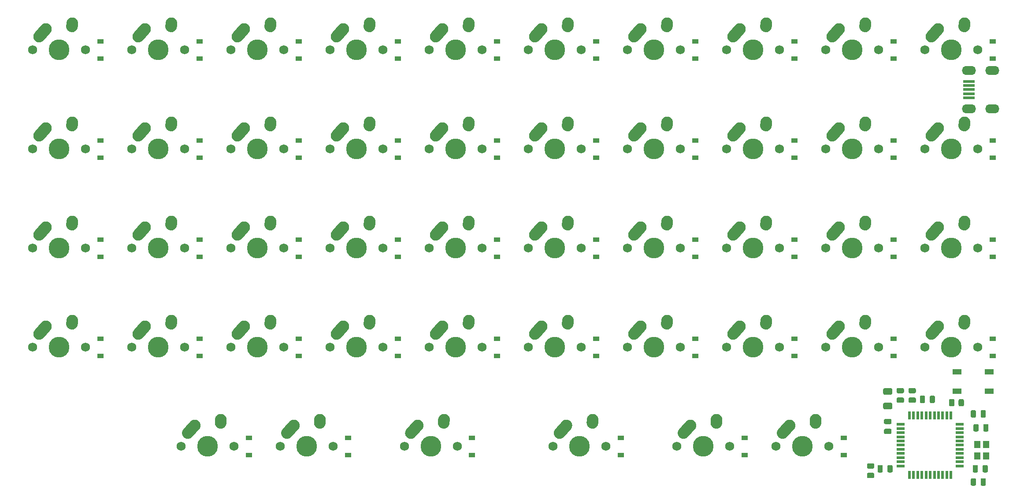
<source format=gbs>
%TF.GenerationSoftware,KiCad,Pcbnew,(5.1.12)-1*%
%TF.CreationDate,2021-12-29T23:43:14-05:00*%
%TF.ProjectId,my-keeb,6d792d6b-6565-4622-9e6b-696361645f70,rev?*%
%TF.SameCoordinates,Original*%
%TF.FileFunction,Soldermask,Bot*%
%TF.FilePolarity,Negative*%
%FSLAX46Y46*%
G04 Gerber Fmt 4.6, Leading zero omitted, Abs format (unit mm)*
G04 Created by KiCad (PCBNEW (5.1.12)-1) date 2021-12-29 23:43:14*
%MOMM*%
%LPD*%
G01*
G04 APERTURE LIST*
%ADD10R,1.200000X1.400000*%
%ADD11O,2.700000X1.700000*%
%ADD12R,2.250000X0.500000*%
%ADD13R,1.500000X0.550000*%
%ADD14R,0.550000X1.500000*%
%ADD15R,1.800000X1.100000*%
%ADD16C,1.750000*%
%ADD17C,2.250000*%
%ADD18C,3.987800*%
%ADD19R,1.200000X0.900000*%
G04 APERTURE END LIST*
D10*
%TO.C,Y1*%
X200367000Y-100287000D03*
X200367000Y-98087000D03*
X198667000Y-98087000D03*
X198667000Y-100287000D03*
%TD*%
D11*
%TO.C,USB1*%
X201604000Y-26228000D03*
X201604000Y-33528000D03*
X197104000Y-33528000D03*
X197104000Y-26228000D03*
D12*
X197104000Y-28278000D03*
X197104000Y-29078000D03*
X197104000Y-29878000D03*
X197104000Y-30678000D03*
X197104000Y-31478000D03*
%TD*%
D13*
%TO.C,U1*%
X183942750Y-94202750D03*
X183942750Y-95002750D03*
X183942750Y-95802750D03*
X183942750Y-96602750D03*
X183942750Y-97402750D03*
X183942750Y-98202750D03*
X183942750Y-99002750D03*
X183942750Y-99802750D03*
X183942750Y-100602750D03*
X183942750Y-101402750D03*
X183942750Y-102202750D03*
D14*
X185642750Y-103902750D03*
X186442750Y-103902750D03*
X187242750Y-103902750D03*
X188042750Y-103902750D03*
X188842750Y-103902750D03*
X189642750Y-103902750D03*
X190442750Y-103902750D03*
X191242750Y-103902750D03*
X192042750Y-103902750D03*
X192842750Y-103902750D03*
X193642750Y-103902750D03*
D13*
X195342750Y-102202750D03*
X195342750Y-101402750D03*
X195342750Y-100602750D03*
X195342750Y-99802750D03*
X195342750Y-99002750D03*
X195342750Y-98202750D03*
X195342750Y-97402750D03*
X195342750Y-96602750D03*
X195342750Y-95802750D03*
X195342750Y-95002750D03*
X195342750Y-94202750D03*
D14*
X193642750Y-92502750D03*
X192842750Y-92502750D03*
X192042750Y-92502750D03*
X191242750Y-92502750D03*
X190442750Y-92502750D03*
X189642750Y-92502750D03*
X188842750Y-92502750D03*
X188042750Y-92502750D03*
X187242750Y-92502750D03*
X186442750Y-92502750D03*
X185642750Y-92502750D03*
%TD*%
D15*
%TO.C,SW1*%
X194766000Y-84129000D03*
X200966000Y-87829000D03*
X194766000Y-87829000D03*
X200966000Y-84129000D03*
%TD*%
%TO.C,R4*%
G36*
G01*
X177730998Y-103524000D02*
X178631002Y-103524000D01*
G75*
G02*
X178881000Y-103773998I0J-249998D01*
G01*
X178881000Y-104299002D01*
G75*
G02*
X178631002Y-104549000I-249998J0D01*
G01*
X177730998Y-104549000D01*
G75*
G02*
X177481000Y-104299002I0J249998D01*
G01*
X177481000Y-103773998D01*
G75*
G02*
X177730998Y-103524000I249998J0D01*
G01*
G37*
G36*
G01*
X177730998Y-101699000D02*
X178631002Y-101699000D01*
G75*
G02*
X178881000Y-101948998I0J-249998D01*
G01*
X178881000Y-102474002D01*
G75*
G02*
X178631002Y-102724000I-249998J0D01*
G01*
X177730998Y-102724000D01*
G75*
G02*
X177481000Y-102474002I0J249998D01*
G01*
X177481000Y-101948998D01*
G75*
G02*
X177730998Y-101699000I249998J0D01*
G01*
G37*
%TD*%
%TO.C,R3*%
G36*
G01*
X195091000Y-90493002D02*
X195091000Y-89592998D01*
G75*
G02*
X195340998Y-89343000I249998J0D01*
G01*
X195866002Y-89343000D01*
G75*
G02*
X196116000Y-89592998I0J-249998D01*
G01*
X196116000Y-90493002D01*
G75*
G02*
X195866002Y-90743000I-249998J0D01*
G01*
X195340998Y-90743000D01*
G75*
G02*
X195091000Y-90493002I0J249998D01*
G01*
G37*
G36*
G01*
X193266000Y-90493002D02*
X193266000Y-89592998D01*
G75*
G02*
X193515998Y-89343000I249998J0D01*
G01*
X194041002Y-89343000D01*
G75*
G02*
X194291000Y-89592998I0J-249998D01*
G01*
X194291000Y-90493002D01*
G75*
G02*
X194041002Y-90743000I-249998J0D01*
G01*
X193515998Y-90743000D01*
G75*
G02*
X193266000Y-90493002I0J249998D01*
G01*
G37*
%TD*%
%TO.C,R2*%
G36*
G01*
X186632002Y-88246000D02*
X185731998Y-88246000D01*
G75*
G02*
X185482000Y-87996002I0J249998D01*
G01*
X185482000Y-87470998D01*
G75*
G02*
X185731998Y-87221000I249998J0D01*
G01*
X186632002Y-87221000D01*
G75*
G02*
X186882000Y-87470998I0J-249998D01*
G01*
X186882000Y-87996002D01*
G75*
G02*
X186632002Y-88246000I-249998J0D01*
G01*
G37*
G36*
G01*
X186632002Y-90071000D02*
X185731998Y-90071000D01*
G75*
G02*
X185482000Y-89821002I0J249998D01*
G01*
X185482000Y-89295998D01*
G75*
G02*
X185731998Y-89046000I249998J0D01*
G01*
X186632002Y-89046000D01*
G75*
G02*
X186882000Y-89295998I0J-249998D01*
G01*
X186882000Y-89821002D01*
G75*
G02*
X186632002Y-90071000I-249998J0D01*
G01*
G37*
%TD*%
%TO.C,R1*%
G36*
G01*
X184346002Y-88246000D02*
X183445998Y-88246000D01*
G75*
G02*
X183196000Y-87996002I0J249998D01*
G01*
X183196000Y-87470998D01*
G75*
G02*
X183445998Y-87221000I249998J0D01*
G01*
X184346002Y-87221000D01*
G75*
G02*
X184596000Y-87470998I0J-249998D01*
G01*
X184596000Y-87996002D01*
G75*
G02*
X184346002Y-88246000I-249998J0D01*
G01*
G37*
G36*
G01*
X184346002Y-90071000D02*
X183445998Y-90071000D01*
G75*
G02*
X183196000Y-89821002I0J249998D01*
G01*
X183196000Y-89295998D01*
G75*
G02*
X183445998Y-89046000I249998J0D01*
G01*
X184346002Y-89046000D01*
G75*
G02*
X184596000Y-89295998I0J-249998D01*
G01*
X184596000Y-89821002D01*
G75*
G02*
X184346002Y-90071000I-249998J0D01*
G01*
G37*
%TD*%
D16*
%TO.C,MX46*%
X198755000Y-79375000D03*
X188595000Y-79375000D03*
D17*
X191175000Y-75375000D03*
D18*
X193675000Y-79375000D03*
G36*
G01*
X189113688Y-77672350D02*
X189113683Y-77672345D01*
G75*
G02*
X189027655Y-76083683I751317J837345D01*
G01*
X190337657Y-74623683D01*
G75*
G02*
X191926319Y-74537655I837345J-751317D01*
G01*
X191926319Y-74537655D01*
G75*
G02*
X192012347Y-76126317I-751317J-837345D01*
G01*
X190702345Y-77586317D01*
G75*
G02*
X189113683Y-77672345I-837345J751317D01*
G01*
G37*
D17*
X196215000Y-74295000D03*
G36*
G01*
X196098483Y-75997395D02*
X196097597Y-75997334D01*
G75*
G02*
X195052666Y-74797597I77403J1122334D01*
G01*
X195092666Y-74217597D01*
G75*
G02*
X196292403Y-73172666I1122334J-77403D01*
G01*
X196292403Y-73172666D01*
G75*
G02*
X197337334Y-74372403I-77403J-1122334D01*
G01*
X197297334Y-74952403D01*
G75*
G02*
X196097597Y-75997334I-1122334J77403D01*
G01*
G37*
%TD*%
D16*
%TO.C,MX45*%
X198755000Y-60325000D03*
X188595000Y-60325000D03*
D17*
X191175000Y-56325000D03*
D18*
X193675000Y-60325000D03*
G36*
G01*
X189113688Y-58622350D02*
X189113683Y-58622345D01*
G75*
G02*
X189027655Y-57033683I751317J837345D01*
G01*
X190337657Y-55573683D01*
G75*
G02*
X191926319Y-55487655I837345J-751317D01*
G01*
X191926319Y-55487655D01*
G75*
G02*
X192012347Y-57076317I-751317J-837345D01*
G01*
X190702345Y-58536317D01*
G75*
G02*
X189113683Y-58622345I-837345J751317D01*
G01*
G37*
D17*
X196215000Y-55245000D03*
G36*
G01*
X196098483Y-56947395D02*
X196097597Y-56947334D01*
G75*
G02*
X195052666Y-55747597I77403J1122334D01*
G01*
X195092666Y-55167597D01*
G75*
G02*
X196292403Y-54122666I1122334J-77403D01*
G01*
X196292403Y-54122666D01*
G75*
G02*
X197337334Y-55322403I-77403J-1122334D01*
G01*
X197297334Y-55902403D01*
G75*
G02*
X196097597Y-56947334I-1122334J77403D01*
G01*
G37*
%TD*%
D16*
%TO.C,MX44*%
X198755000Y-41275000D03*
X188595000Y-41275000D03*
D17*
X191175000Y-37275000D03*
D18*
X193675000Y-41275000D03*
G36*
G01*
X189113688Y-39572350D02*
X189113683Y-39572345D01*
G75*
G02*
X189027655Y-37983683I751317J837345D01*
G01*
X190337657Y-36523683D01*
G75*
G02*
X191926319Y-36437655I837345J-751317D01*
G01*
X191926319Y-36437655D01*
G75*
G02*
X192012347Y-38026317I-751317J-837345D01*
G01*
X190702345Y-39486317D01*
G75*
G02*
X189113683Y-39572345I-837345J751317D01*
G01*
G37*
D17*
X196215000Y-36195000D03*
G36*
G01*
X196098483Y-37897395D02*
X196097597Y-37897334D01*
G75*
G02*
X195052666Y-36697597I77403J1122334D01*
G01*
X195092666Y-36117597D01*
G75*
G02*
X196292403Y-35072666I1122334J-77403D01*
G01*
X196292403Y-35072666D01*
G75*
G02*
X197337334Y-36272403I-77403J-1122334D01*
G01*
X197297334Y-36852403D01*
G75*
G02*
X196097597Y-37897334I-1122334J77403D01*
G01*
G37*
%TD*%
D16*
%TO.C,MX43*%
X198755000Y-22225000D03*
X188595000Y-22225000D03*
D17*
X191175000Y-18225000D03*
D18*
X193675000Y-22225000D03*
G36*
G01*
X189113688Y-20522350D02*
X189113683Y-20522345D01*
G75*
G02*
X189027655Y-18933683I751317J837345D01*
G01*
X190337657Y-17473683D01*
G75*
G02*
X191926319Y-17387655I837345J-751317D01*
G01*
X191926319Y-17387655D01*
G75*
G02*
X192012347Y-18976317I-751317J-837345D01*
G01*
X190702345Y-20436317D01*
G75*
G02*
X189113683Y-20522345I-837345J751317D01*
G01*
G37*
D17*
X196215000Y-17145000D03*
G36*
G01*
X196098483Y-18847395D02*
X196097597Y-18847334D01*
G75*
G02*
X195052666Y-17647597I77403J1122334D01*
G01*
X195092666Y-17067597D01*
G75*
G02*
X196292403Y-16022666I1122334J-77403D01*
G01*
X196292403Y-16022666D01*
G75*
G02*
X197337334Y-17222403I-77403J-1122334D01*
G01*
X197297334Y-17802403D01*
G75*
G02*
X196097597Y-18847334I-1122334J77403D01*
G01*
G37*
%TD*%
D16*
%TO.C,MX42*%
X179705000Y-79375000D03*
X169545000Y-79375000D03*
D17*
X172125000Y-75375000D03*
D18*
X174625000Y-79375000D03*
G36*
G01*
X170063688Y-77672350D02*
X170063683Y-77672345D01*
G75*
G02*
X169977655Y-76083683I751317J837345D01*
G01*
X171287657Y-74623683D01*
G75*
G02*
X172876319Y-74537655I837345J-751317D01*
G01*
X172876319Y-74537655D01*
G75*
G02*
X172962347Y-76126317I-751317J-837345D01*
G01*
X171652345Y-77586317D01*
G75*
G02*
X170063683Y-77672345I-837345J751317D01*
G01*
G37*
D17*
X177165000Y-74295000D03*
G36*
G01*
X177048483Y-75997395D02*
X177047597Y-75997334D01*
G75*
G02*
X176002666Y-74797597I77403J1122334D01*
G01*
X176042666Y-74217597D01*
G75*
G02*
X177242403Y-73172666I1122334J-77403D01*
G01*
X177242403Y-73172666D01*
G75*
G02*
X178287334Y-74372403I-77403J-1122334D01*
G01*
X178247334Y-74952403D01*
G75*
G02*
X177047597Y-75997334I-1122334J77403D01*
G01*
G37*
%TD*%
D16*
%TO.C,MX41*%
X179705000Y-60325000D03*
X169545000Y-60325000D03*
D17*
X172125000Y-56325000D03*
D18*
X174625000Y-60325000D03*
G36*
G01*
X170063688Y-58622350D02*
X170063683Y-58622345D01*
G75*
G02*
X169977655Y-57033683I751317J837345D01*
G01*
X171287657Y-55573683D01*
G75*
G02*
X172876319Y-55487655I837345J-751317D01*
G01*
X172876319Y-55487655D01*
G75*
G02*
X172962347Y-57076317I-751317J-837345D01*
G01*
X171652345Y-58536317D01*
G75*
G02*
X170063683Y-58622345I-837345J751317D01*
G01*
G37*
D17*
X177165000Y-55245000D03*
G36*
G01*
X177048483Y-56947395D02*
X177047597Y-56947334D01*
G75*
G02*
X176002666Y-55747597I77403J1122334D01*
G01*
X176042666Y-55167597D01*
G75*
G02*
X177242403Y-54122666I1122334J-77403D01*
G01*
X177242403Y-54122666D01*
G75*
G02*
X178287334Y-55322403I-77403J-1122334D01*
G01*
X178247334Y-55902403D01*
G75*
G02*
X177047597Y-56947334I-1122334J77403D01*
G01*
G37*
%TD*%
D16*
%TO.C,MX40*%
X179705000Y-41275000D03*
X169545000Y-41275000D03*
D17*
X172125000Y-37275000D03*
D18*
X174625000Y-41275000D03*
G36*
G01*
X170063688Y-39572350D02*
X170063683Y-39572345D01*
G75*
G02*
X169977655Y-37983683I751317J837345D01*
G01*
X171287657Y-36523683D01*
G75*
G02*
X172876319Y-36437655I837345J-751317D01*
G01*
X172876319Y-36437655D01*
G75*
G02*
X172962347Y-38026317I-751317J-837345D01*
G01*
X171652345Y-39486317D01*
G75*
G02*
X170063683Y-39572345I-837345J751317D01*
G01*
G37*
D17*
X177165000Y-36195000D03*
G36*
G01*
X177048483Y-37897395D02*
X177047597Y-37897334D01*
G75*
G02*
X176002666Y-36697597I77403J1122334D01*
G01*
X176042666Y-36117597D01*
G75*
G02*
X177242403Y-35072666I1122334J-77403D01*
G01*
X177242403Y-35072666D01*
G75*
G02*
X178287334Y-36272403I-77403J-1122334D01*
G01*
X178247334Y-36852403D01*
G75*
G02*
X177047597Y-37897334I-1122334J77403D01*
G01*
G37*
%TD*%
D16*
%TO.C,MX39*%
X179705000Y-22225000D03*
X169545000Y-22225000D03*
D17*
X172125000Y-18225000D03*
D18*
X174625000Y-22225000D03*
G36*
G01*
X170063688Y-20522350D02*
X170063683Y-20522345D01*
G75*
G02*
X169977655Y-18933683I751317J837345D01*
G01*
X171287657Y-17473683D01*
G75*
G02*
X172876319Y-17387655I837345J-751317D01*
G01*
X172876319Y-17387655D01*
G75*
G02*
X172962347Y-18976317I-751317J-837345D01*
G01*
X171652345Y-20436317D01*
G75*
G02*
X170063683Y-20522345I-837345J751317D01*
G01*
G37*
D17*
X177165000Y-17145000D03*
G36*
G01*
X177048483Y-18847395D02*
X177047597Y-18847334D01*
G75*
G02*
X176002666Y-17647597I77403J1122334D01*
G01*
X176042666Y-17067597D01*
G75*
G02*
X177242403Y-16022666I1122334J-77403D01*
G01*
X177242403Y-16022666D01*
G75*
G02*
X178287334Y-17222403I-77403J-1122334D01*
G01*
X178247334Y-17802403D01*
G75*
G02*
X177047597Y-18847334I-1122334J77403D01*
G01*
G37*
%TD*%
D16*
%TO.C,MX38*%
X170180000Y-98425000D03*
X160020000Y-98425000D03*
D17*
X162600000Y-94425000D03*
D18*
X165100000Y-98425000D03*
G36*
G01*
X160538688Y-96722350D02*
X160538683Y-96722345D01*
G75*
G02*
X160452655Y-95133683I751317J837345D01*
G01*
X161762657Y-93673683D01*
G75*
G02*
X163351319Y-93587655I837345J-751317D01*
G01*
X163351319Y-93587655D01*
G75*
G02*
X163437347Y-95176317I-751317J-837345D01*
G01*
X162127345Y-96636317D01*
G75*
G02*
X160538683Y-96722345I-837345J751317D01*
G01*
G37*
D17*
X167640000Y-93345000D03*
G36*
G01*
X167523483Y-95047395D02*
X167522597Y-95047334D01*
G75*
G02*
X166477666Y-93847597I77403J1122334D01*
G01*
X166517666Y-93267597D01*
G75*
G02*
X167717403Y-92222666I1122334J-77403D01*
G01*
X167717403Y-92222666D01*
G75*
G02*
X168762334Y-93422403I-77403J-1122334D01*
G01*
X168722334Y-94002403D01*
G75*
G02*
X167522597Y-95047334I-1122334J77403D01*
G01*
G37*
%TD*%
D16*
%TO.C,MX37*%
X160655000Y-79375000D03*
X150495000Y-79375000D03*
D17*
X153075000Y-75375000D03*
D18*
X155575000Y-79375000D03*
G36*
G01*
X151013688Y-77672350D02*
X151013683Y-77672345D01*
G75*
G02*
X150927655Y-76083683I751317J837345D01*
G01*
X152237657Y-74623683D01*
G75*
G02*
X153826319Y-74537655I837345J-751317D01*
G01*
X153826319Y-74537655D01*
G75*
G02*
X153912347Y-76126317I-751317J-837345D01*
G01*
X152602345Y-77586317D01*
G75*
G02*
X151013683Y-77672345I-837345J751317D01*
G01*
G37*
D17*
X158115000Y-74295000D03*
G36*
G01*
X157998483Y-75997395D02*
X157997597Y-75997334D01*
G75*
G02*
X156952666Y-74797597I77403J1122334D01*
G01*
X156992666Y-74217597D01*
G75*
G02*
X158192403Y-73172666I1122334J-77403D01*
G01*
X158192403Y-73172666D01*
G75*
G02*
X159237334Y-74372403I-77403J-1122334D01*
G01*
X159197334Y-74952403D01*
G75*
G02*
X157997597Y-75997334I-1122334J77403D01*
G01*
G37*
%TD*%
D16*
%TO.C,MX36*%
X160655000Y-60325000D03*
X150495000Y-60325000D03*
D17*
X153075000Y-56325000D03*
D18*
X155575000Y-60325000D03*
G36*
G01*
X151013688Y-58622350D02*
X151013683Y-58622345D01*
G75*
G02*
X150927655Y-57033683I751317J837345D01*
G01*
X152237657Y-55573683D01*
G75*
G02*
X153826319Y-55487655I837345J-751317D01*
G01*
X153826319Y-55487655D01*
G75*
G02*
X153912347Y-57076317I-751317J-837345D01*
G01*
X152602345Y-58536317D01*
G75*
G02*
X151013683Y-58622345I-837345J751317D01*
G01*
G37*
D17*
X158115000Y-55245000D03*
G36*
G01*
X157998483Y-56947395D02*
X157997597Y-56947334D01*
G75*
G02*
X156952666Y-55747597I77403J1122334D01*
G01*
X156992666Y-55167597D01*
G75*
G02*
X158192403Y-54122666I1122334J-77403D01*
G01*
X158192403Y-54122666D01*
G75*
G02*
X159237334Y-55322403I-77403J-1122334D01*
G01*
X159197334Y-55902403D01*
G75*
G02*
X157997597Y-56947334I-1122334J77403D01*
G01*
G37*
%TD*%
D16*
%TO.C,MX35*%
X160655000Y-41275000D03*
X150495000Y-41275000D03*
D17*
X153075000Y-37275000D03*
D18*
X155575000Y-41275000D03*
G36*
G01*
X151013688Y-39572350D02*
X151013683Y-39572345D01*
G75*
G02*
X150927655Y-37983683I751317J837345D01*
G01*
X152237657Y-36523683D01*
G75*
G02*
X153826319Y-36437655I837345J-751317D01*
G01*
X153826319Y-36437655D01*
G75*
G02*
X153912347Y-38026317I-751317J-837345D01*
G01*
X152602345Y-39486317D01*
G75*
G02*
X151013683Y-39572345I-837345J751317D01*
G01*
G37*
D17*
X158115000Y-36195000D03*
G36*
G01*
X157998483Y-37897395D02*
X157997597Y-37897334D01*
G75*
G02*
X156952666Y-36697597I77403J1122334D01*
G01*
X156992666Y-36117597D01*
G75*
G02*
X158192403Y-35072666I1122334J-77403D01*
G01*
X158192403Y-35072666D01*
G75*
G02*
X159237334Y-36272403I-77403J-1122334D01*
G01*
X159197334Y-36852403D01*
G75*
G02*
X157997597Y-37897334I-1122334J77403D01*
G01*
G37*
%TD*%
D16*
%TO.C,MX34*%
X160655000Y-22225000D03*
X150495000Y-22225000D03*
D17*
X153075000Y-18225000D03*
D18*
X155575000Y-22225000D03*
G36*
G01*
X151013688Y-20522350D02*
X151013683Y-20522345D01*
G75*
G02*
X150927655Y-18933683I751317J837345D01*
G01*
X152237657Y-17473683D01*
G75*
G02*
X153826319Y-17387655I837345J-751317D01*
G01*
X153826319Y-17387655D01*
G75*
G02*
X153912347Y-18976317I-751317J-837345D01*
G01*
X152602345Y-20436317D01*
G75*
G02*
X151013683Y-20522345I-837345J751317D01*
G01*
G37*
D17*
X158115000Y-17145000D03*
G36*
G01*
X157998483Y-18847395D02*
X157997597Y-18847334D01*
G75*
G02*
X156952666Y-17647597I77403J1122334D01*
G01*
X156992666Y-17067597D01*
G75*
G02*
X158192403Y-16022666I1122334J-77403D01*
G01*
X158192403Y-16022666D01*
G75*
G02*
X159237334Y-17222403I-77403J-1122334D01*
G01*
X159197334Y-17802403D01*
G75*
G02*
X157997597Y-18847334I-1122334J77403D01*
G01*
G37*
%TD*%
D16*
%TO.C,MX33*%
X151130000Y-98425000D03*
X140970000Y-98425000D03*
D17*
X143550000Y-94425000D03*
D18*
X146050000Y-98425000D03*
G36*
G01*
X141488688Y-96722350D02*
X141488683Y-96722345D01*
G75*
G02*
X141402655Y-95133683I751317J837345D01*
G01*
X142712657Y-93673683D01*
G75*
G02*
X144301319Y-93587655I837345J-751317D01*
G01*
X144301319Y-93587655D01*
G75*
G02*
X144387347Y-95176317I-751317J-837345D01*
G01*
X143077345Y-96636317D01*
G75*
G02*
X141488683Y-96722345I-837345J751317D01*
G01*
G37*
D17*
X148590000Y-93345000D03*
G36*
G01*
X148473483Y-95047395D02*
X148472597Y-95047334D01*
G75*
G02*
X147427666Y-93847597I77403J1122334D01*
G01*
X147467666Y-93267597D01*
G75*
G02*
X148667403Y-92222666I1122334J-77403D01*
G01*
X148667403Y-92222666D01*
G75*
G02*
X149712334Y-93422403I-77403J-1122334D01*
G01*
X149672334Y-94002403D01*
G75*
G02*
X148472597Y-95047334I-1122334J77403D01*
G01*
G37*
%TD*%
D16*
%TO.C,MX32*%
X141605000Y-79375000D03*
X131445000Y-79375000D03*
D17*
X134025000Y-75375000D03*
D18*
X136525000Y-79375000D03*
G36*
G01*
X131963688Y-77672350D02*
X131963683Y-77672345D01*
G75*
G02*
X131877655Y-76083683I751317J837345D01*
G01*
X133187657Y-74623683D01*
G75*
G02*
X134776319Y-74537655I837345J-751317D01*
G01*
X134776319Y-74537655D01*
G75*
G02*
X134862347Y-76126317I-751317J-837345D01*
G01*
X133552345Y-77586317D01*
G75*
G02*
X131963683Y-77672345I-837345J751317D01*
G01*
G37*
D17*
X139065000Y-74295000D03*
G36*
G01*
X138948483Y-75997395D02*
X138947597Y-75997334D01*
G75*
G02*
X137902666Y-74797597I77403J1122334D01*
G01*
X137942666Y-74217597D01*
G75*
G02*
X139142403Y-73172666I1122334J-77403D01*
G01*
X139142403Y-73172666D01*
G75*
G02*
X140187334Y-74372403I-77403J-1122334D01*
G01*
X140147334Y-74952403D01*
G75*
G02*
X138947597Y-75997334I-1122334J77403D01*
G01*
G37*
%TD*%
D16*
%TO.C,MX31*%
X141605000Y-60325000D03*
X131445000Y-60325000D03*
D17*
X134025000Y-56325000D03*
D18*
X136525000Y-60325000D03*
G36*
G01*
X131963688Y-58622350D02*
X131963683Y-58622345D01*
G75*
G02*
X131877655Y-57033683I751317J837345D01*
G01*
X133187657Y-55573683D01*
G75*
G02*
X134776319Y-55487655I837345J-751317D01*
G01*
X134776319Y-55487655D01*
G75*
G02*
X134862347Y-57076317I-751317J-837345D01*
G01*
X133552345Y-58536317D01*
G75*
G02*
X131963683Y-58622345I-837345J751317D01*
G01*
G37*
D17*
X139065000Y-55245000D03*
G36*
G01*
X138948483Y-56947395D02*
X138947597Y-56947334D01*
G75*
G02*
X137902666Y-55747597I77403J1122334D01*
G01*
X137942666Y-55167597D01*
G75*
G02*
X139142403Y-54122666I1122334J-77403D01*
G01*
X139142403Y-54122666D01*
G75*
G02*
X140187334Y-55322403I-77403J-1122334D01*
G01*
X140147334Y-55902403D01*
G75*
G02*
X138947597Y-56947334I-1122334J77403D01*
G01*
G37*
%TD*%
D16*
%TO.C,MX30*%
X141605000Y-41275000D03*
X131445000Y-41275000D03*
D17*
X134025000Y-37275000D03*
D18*
X136525000Y-41275000D03*
G36*
G01*
X131963688Y-39572350D02*
X131963683Y-39572345D01*
G75*
G02*
X131877655Y-37983683I751317J837345D01*
G01*
X133187657Y-36523683D01*
G75*
G02*
X134776319Y-36437655I837345J-751317D01*
G01*
X134776319Y-36437655D01*
G75*
G02*
X134862347Y-38026317I-751317J-837345D01*
G01*
X133552345Y-39486317D01*
G75*
G02*
X131963683Y-39572345I-837345J751317D01*
G01*
G37*
D17*
X139065000Y-36195000D03*
G36*
G01*
X138948483Y-37897395D02*
X138947597Y-37897334D01*
G75*
G02*
X137902666Y-36697597I77403J1122334D01*
G01*
X137942666Y-36117597D01*
G75*
G02*
X139142403Y-35072666I1122334J-77403D01*
G01*
X139142403Y-35072666D01*
G75*
G02*
X140187334Y-36272403I-77403J-1122334D01*
G01*
X140147334Y-36852403D01*
G75*
G02*
X138947597Y-37897334I-1122334J77403D01*
G01*
G37*
%TD*%
D16*
%TO.C,MX29*%
X141605000Y-22225000D03*
X131445000Y-22225000D03*
D17*
X134025000Y-18225000D03*
D18*
X136525000Y-22225000D03*
G36*
G01*
X131963688Y-20522350D02*
X131963683Y-20522345D01*
G75*
G02*
X131877655Y-18933683I751317J837345D01*
G01*
X133187657Y-17473683D01*
G75*
G02*
X134776319Y-17387655I837345J-751317D01*
G01*
X134776319Y-17387655D01*
G75*
G02*
X134862347Y-18976317I-751317J-837345D01*
G01*
X133552345Y-20436317D01*
G75*
G02*
X131963683Y-20522345I-837345J751317D01*
G01*
G37*
D17*
X139065000Y-17145000D03*
G36*
G01*
X138948483Y-18847395D02*
X138947597Y-18847334D01*
G75*
G02*
X137902666Y-17647597I77403J1122334D01*
G01*
X137942666Y-17067597D01*
G75*
G02*
X139142403Y-16022666I1122334J-77403D01*
G01*
X139142403Y-16022666D01*
G75*
G02*
X140187334Y-17222403I-77403J-1122334D01*
G01*
X140147334Y-17802403D01*
G75*
G02*
X138947597Y-18847334I-1122334J77403D01*
G01*
G37*
%TD*%
D16*
%TO.C,MX28*%
X127317500Y-98425000D03*
X117157500Y-98425000D03*
D17*
X119737500Y-94425000D03*
D18*
X122237500Y-98425000D03*
G36*
G01*
X117676188Y-96722350D02*
X117676183Y-96722345D01*
G75*
G02*
X117590155Y-95133683I751317J837345D01*
G01*
X118900157Y-93673683D01*
G75*
G02*
X120488819Y-93587655I837345J-751317D01*
G01*
X120488819Y-93587655D01*
G75*
G02*
X120574847Y-95176317I-751317J-837345D01*
G01*
X119264845Y-96636317D01*
G75*
G02*
X117676183Y-96722345I-837345J751317D01*
G01*
G37*
D17*
X124777500Y-93345000D03*
G36*
G01*
X124660983Y-95047395D02*
X124660097Y-95047334D01*
G75*
G02*
X123615166Y-93847597I77403J1122334D01*
G01*
X123655166Y-93267597D01*
G75*
G02*
X124854903Y-92222666I1122334J-77403D01*
G01*
X124854903Y-92222666D01*
G75*
G02*
X125899834Y-93422403I-77403J-1122334D01*
G01*
X125859834Y-94002403D01*
G75*
G02*
X124660097Y-95047334I-1122334J77403D01*
G01*
G37*
%TD*%
D16*
%TO.C,MX27*%
X122555000Y-79375000D03*
X112395000Y-79375000D03*
D17*
X114975000Y-75375000D03*
D18*
X117475000Y-79375000D03*
G36*
G01*
X112913688Y-77672350D02*
X112913683Y-77672345D01*
G75*
G02*
X112827655Y-76083683I751317J837345D01*
G01*
X114137657Y-74623683D01*
G75*
G02*
X115726319Y-74537655I837345J-751317D01*
G01*
X115726319Y-74537655D01*
G75*
G02*
X115812347Y-76126317I-751317J-837345D01*
G01*
X114502345Y-77586317D01*
G75*
G02*
X112913683Y-77672345I-837345J751317D01*
G01*
G37*
D17*
X120015000Y-74295000D03*
G36*
G01*
X119898483Y-75997395D02*
X119897597Y-75997334D01*
G75*
G02*
X118852666Y-74797597I77403J1122334D01*
G01*
X118892666Y-74217597D01*
G75*
G02*
X120092403Y-73172666I1122334J-77403D01*
G01*
X120092403Y-73172666D01*
G75*
G02*
X121137334Y-74372403I-77403J-1122334D01*
G01*
X121097334Y-74952403D01*
G75*
G02*
X119897597Y-75997334I-1122334J77403D01*
G01*
G37*
%TD*%
D16*
%TO.C,MX26*%
X122555000Y-60325000D03*
X112395000Y-60325000D03*
D17*
X114975000Y-56325000D03*
D18*
X117475000Y-60325000D03*
G36*
G01*
X112913688Y-58622350D02*
X112913683Y-58622345D01*
G75*
G02*
X112827655Y-57033683I751317J837345D01*
G01*
X114137657Y-55573683D01*
G75*
G02*
X115726319Y-55487655I837345J-751317D01*
G01*
X115726319Y-55487655D01*
G75*
G02*
X115812347Y-57076317I-751317J-837345D01*
G01*
X114502345Y-58536317D01*
G75*
G02*
X112913683Y-58622345I-837345J751317D01*
G01*
G37*
D17*
X120015000Y-55245000D03*
G36*
G01*
X119898483Y-56947395D02*
X119897597Y-56947334D01*
G75*
G02*
X118852666Y-55747597I77403J1122334D01*
G01*
X118892666Y-55167597D01*
G75*
G02*
X120092403Y-54122666I1122334J-77403D01*
G01*
X120092403Y-54122666D01*
G75*
G02*
X121137334Y-55322403I-77403J-1122334D01*
G01*
X121097334Y-55902403D01*
G75*
G02*
X119897597Y-56947334I-1122334J77403D01*
G01*
G37*
%TD*%
D16*
%TO.C,MX25*%
X122555000Y-41275000D03*
X112395000Y-41275000D03*
D17*
X114975000Y-37275000D03*
D18*
X117475000Y-41275000D03*
G36*
G01*
X112913688Y-39572350D02*
X112913683Y-39572345D01*
G75*
G02*
X112827655Y-37983683I751317J837345D01*
G01*
X114137657Y-36523683D01*
G75*
G02*
X115726319Y-36437655I837345J-751317D01*
G01*
X115726319Y-36437655D01*
G75*
G02*
X115812347Y-38026317I-751317J-837345D01*
G01*
X114502345Y-39486317D01*
G75*
G02*
X112913683Y-39572345I-837345J751317D01*
G01*
G37*
D17*
X120015000Y-36195000D03*
G36*
G01*
X119898483Y-37897395D02*
X119897597Y-37897334D01*
G75*
G02*
X118852666Y-36697597I77403J1122334D01*
G01*
X118892666Y-36117597D01*
G75*
G02*
X120092403Y-35072666I1122334J-77403D01*
G01*
X120092403Y-35072666D01*
G75*
G02*
X121137334Y-36272403I-77403J-1122334D01*
G01*
X121097334Y-36852403D01*
G75*
G02*
X119897597Y-37897334I-1122334J77403D01*
G01*
G37*
%TD*%
D16*
%TO.C,MX24*%
X122555000Y-22225000D03*
X112395000Y-22225000D03*
D17*
X114975000Y-18225000D03*
D18*
X117475000Y-22225000D03*
G36*
G01*
X112913688Y-20522350D02*
X112913683Y-20522345D01*
G75*
G02*
X112827655Y-18933683I751317J837345D01*
G01*
X114137657Y-17473683D01*
G75*
G02*
X115726319Y-17387655I837345J-751317D01*
G01*
X115726319Y-17387655D01*
G75*
G02*
X115812347Y-18976317I-751317J-837345D01*
G01*
X114502345Y-20436317D01*
G75*
G02*
X112913683Y-20522345I-837345J751317D01*
G01*
G37*
D17*
X120015000Y-17145000D03*
G36*
G01*
X119898483Y-18847395D02*
X119897597Y-18847334D01*
G75*
G02*
X118852666Y-17647597I77403J1122334D01*
G01*
X118892666Y-17067597D01*
G75*
G02*
X120092403Y-16022666I1122334J-77403D01*
G01*
X120092403Y-16022666D01*
G75*
G02*
X121137334Y-17222403I-77403J-1122334D01*
G01*
X121097334Y-17802403D01*
G75*
G02*
X119897597Y-18847334I-1122334J77403D01*
G01*
G37*
%TD*%
D16*
%TO.C,MX23*%
X98742500Y-98425000D03*
X88582500Y-98425000D03*
D17*
X91162500Y-94425000D03*
D18*
X93662500Y-98425000D03*
G36*
G01*
X89101188Y-96722350D02*
X89101183Y-96722345D01*
G75*
G02*
X89015155Y-95133683I751317J837345D01*
G01*
X90325157Y-93673683D01*
G75*
G02*
X91913819Y-93587655I837345J-751317D01*
G01*
X91913819Y-93587655D01*
G75*
G02*
X91999847Y-95176317I-751317J-837345D01*
G01*
X90689845Y-96636317D01*
G75*
G02*
X89101183Y-96722345I-837345J751317D01*
G01*
G37*
D17*
X96202500Y-93345000D03*
G36*
G01*
X96085983Y-95047395D02*
X96085097Y-95047334D01*
G75*
G02*
X95040166Y-93847597I77403J1122334D01*
G01*
X95080166Y-93267597D01*
G75*
G02*
X96279903Y-92222666I1122334J-77403D01*
G01*
X96279903Y-92222666D01*
G75*
G02*
X97324834Y-93422403I-77403J-1122334D01*
G01*
X97284834Y-94002403D01*
G75*
G02*
X96085097Y-95047334I-1122334J77403D01*
G01*
G37*
%TD*%
D16*
%TO.C,MX22*%
X103505000Y-79375000D03*
X93345000Y-79375000D03*
D17*
X95925000Y-75375000D03*
D18*
X98425000Y-79375000D03*
G36*
G01*
X93863688Y-77672350D02*
X93863683Y-77672345D01*
G75*
G02*
X93777655Y-76083683I751317J837345D01*
G01*
X95087657Y-74623683D01*
G75*
G02*
X96676319Y-74537655I837345J-751317D01*
G01*
X96676319Y-74537655D01*
G75*
G02*
X96762347Y-76126317I-751317J-837345D01*
G01*
X95452345Y-77586317D01*
G75*
G02*
X93863683Y-77672345I-837345J751317D01*
G01*
G37*
D17*
X100965000Y-74295000D03*
G36*
G01*
X100848483Y-75997395D02*
X100847597Y-75997334D01*
G75*
G02*
X99802666Y-74797597I77403J1122334D01*
G01*
X99842666Y-74217597D01*
G75*
G02*
X101042403Y-73172666I1122334J-77403D01*
G01*
X101042403Y-73172666D01*
G75*
G02*
X102087334Y-74372403I-77403J-1122334D01*
G01*
X102047334Y-74952403D01*
G75*
G02*
X100847597Y-75997334I-1122334J77403D01*
G01*
G37*
%TD*%
D16*
%TO.C,MX21*%
X103505000Y-60325000D03*
X93345000Y-60325000D03*
D17*
X95925000Y-56325000D03*
D18*
X98425000Y-60325000D03*
G36*
G01*
X93863688Y-58622350D02*
X93863683Y-58622345D01*
G75*
G02*
X93777655Y-57033683I751317J837345D01*
G01*
X95087657Y-55573683D01*
G75*
G02*
X96676319Y-55487655I837345J-751317D01*
G01*
X96676319Y-55487655D01*
G75*
G02*
X96762347Y-57076317I-751317J-837345D01*
G01*
X95452345Y-58536317D01*
G75*
G02*
X93863683Y-58622345I-837345J751317D01*
G01*
G37*
D17*
X100965000Y-55245000D03*
G36*
G01*
X100848483Y-56947395D02*
X100847597Y-56947334D01*
G75*
G02*
X99802666Y-55747597I77403J1122334D01*
G01*
X99842666Y-55167597D01*
G75*
G02*
X101042403Y-54122666I1122334J-77403D01*
G01*
X101042403Y-54122666D01*
G75*
G02*
X102087334Y-55322403I-77403J-1122334D01*
G01*
X102047334Y-55902403D01*
G75*
G02*
X100847597Y-56947334I-1122334J77403D01*
G01*
G37*
%TD*%
D16*
%TO.C,MX20*%
X103505000Y-41275000D03*
X93345000Y-41275000D03*
D17*
X95925000Y-37275000D03*
D18*
X98425000Y-41275000D03*
G36*
G01*
X93863688Y-39572350D02*
X93863683Y-39572345D01*
G75*
G02*
X93777655Y-37983683I751317J837345D01*
G01*
X95087657Y-36523683D01*
G75*
G02*
X96676319Y-36437655I837345J-751317D01*
G01*
X96676319Y-36437655D01*
G75*
G02*
X96762347Y-38026317I-751317J-837345D01*
G01*
X95452345Y-39486317D01*
G75*
G02*
X93863683Y-39572345I-837345J751317D01*
G01*
G37*
D17*
X100965000Y-36195000D03*
G36*
G01*
X100848483Y-37897395D02*
X100847597Y-37897334D01*
G75*
G02*
X99802666Y-36697597I77403J1122334D01*
G01*
X99842666Y-36117597D01*
G75*
G02*
X101042403Y-35072666I1122334J-77403D01*
G01*
X101042403Y-35072666D01*
G75*
G02*
X102087334Y-36272403I-77403J-1122334D01*
G01*
X102047334Y-36852403D01*
G75*
G02*
X100847597Y-37897334I-1122334J77403D01*
G01*
G37*
%TD*%
D16*
%TO.C,MX19*%
X103505000Y-22225000D03*
X93345000Y-22225000D03*
D17*
X95925000Y-18225000D03*
D18*
X98425000Y-22225000D03*
G36*
G01*
X93863688Y-20522350D02*
X93863683Y-20522345D01*
G75*
G02*
X93777655Y-18933683I751317J837345D01*
G01*
X95087657Y-17473683D01*
G75*
G02*
X96676319Y-17387655I837345J-751317D01*
G01*
X96676319Y-17387655D01*
G75*
G02*
X96762347Y-18976317I-751317J-837345D01*
G01*
X95452345Y-20436317D01*
G75*
G02*
X93863683Y-20522345I-837345J751317D01*
G01*
G37*
D17*
X100965000Y-17145000D03*
G36*
G01*
X100848483Y-18847395D02*
X100847597Y-18847334D01*
G75*
G02*
X99802666Y-17647597I77403J1122334D01*
G01*
X99842666Y-17067597D01*
G75*
G02*
X101042403Y-16022666I1122334J-77403D01*
G01*
X101042403Y-16022666D01*
G75*
G02*
X102087334Y-17222403I-77403J-1122334D01*
G01*
X102047334Y-17802403D01*
G75*
G02*
X100847597Y-18847334I-1122334J77403D01*
G01*
G37*
%TD*%
D16*
%TO.C,MX18*%
X74930000Y-98425000D03*
X64770000Y-98425000D03*
D17*
X67350000Y-94425000D03*
D18*
X69850000Y-98425000D03*
G36*
G01*
X65288688Y-96722350D02*
X65288683Y-96722345D01*
G75*
G02*
X65202655Y-95133683I751317J837345D01*
G01*
X66512657Y-93673683D01*
G75*
G02*
X68101319Y-93587655I837345J-751317D01*
G01*
X68101319Y-93587655D01*
G75*
G02*
X68187347Y-95176317I-751317J-837345D01*
G01*
X66877345Y-96636317D01*
G75*
G02*
X65288683Y-96722345I-837345J751317D01*
G01*
G37*
D17*
X72390000Y-93345000D03*
G36*
G01*
X72273483Y-95047395D02*
X72272597Y-95047334D01*
G75*
G02*
X71227666Y-93847597I77403J1122334D01*
G01*
X71267666Y-93267597D01*
G75*
G02*
X72467403Y-92222666I1122334J-77403D01*
G01*
X72467403Y-92222666D01*
G75*
G02*
X73512334Y-93422403I-77403J-1122334D01*
G01*
X73472334Y-94002403D01*
G75*
G02*
X72272597Y-95047334I-1122334J77403D01*
G01*
G37*
%TD*%
D16*
%TO.C,MX17*%
X84455000Y-79375000D03*
X74295000Y-79375000D03*
D17*
X76875000Y-75375000D03*
D18*
X79375000Y-79375000D03*
G36*
G01*
X74813688Y-77672350D02*
X74813683Y-77672345D01*
G75*
G02*
X74727655Y-76083683I751317J837345D01*
G01*
X76037657Y-74623683D01*
G75*
G02*
X77626319Y-74537655I837345J-751317D01*
G01*
X77626319Y-74537655D01*
G75*
G02*
X77712347Y-76126317I-751317J-837345D01*
G01*
X76402345Y-77586317D01*
G75*
G02*
X74813683Y-77672345I-837345J751317D01*
G01*
G37*
D17*
X81915000Y-74295000D03*
G36*
G01*
X81798483Y-75997395D02*
X81797597Y-75997334D01*
G75*
G02*
X80752666Y-74797597I77403J1122334D01*
G01*
X80792666Y-74217597D01*
G75*
G02*
X81992403Y-73172666I1122334J-77403D01*
G01*
X81992403Y-73172666D01*
G75*
G02*
X83037334Y-74372403I-77403J-1122334D01*
G01*
X82997334Y-74952403D01*
G75*
G02*
X81797597Y-75997334I-1122334J77403D01*
G01*
G37*
%TD*%
D16*
%TO.C,MX16*%
X84455000Y-60325000D03*
X74295000Y-60325000D03*
D17*
X76875000Y-56325000D03*
D18*
X79375000Y-60325000D03*
G36*
G01*
X74813688Y-58622350D02*
X74813683Y-58622345D01*
G75*
G02*
X74727655Y-57033683I751317J837345D01*
G01*
X76037657Y-55573683D01*
G75*
G02*
X77626319Y-55487655I837345J-751317D01*
G01*
X77626319Y-55487655D01*
G75*
G02*
X77712347Y-57076317I-751317J-837345D01*
G01*
X76402345Y-58536317D01*
G75*
G02*
X74813683Y-58622345I-837345J751317D01*
G01*
G37*
D17*
X81915000Y-55245000D03*
G36*
G01*
X81798483Y-56947395D02*
X81797597Y-56947334D01*
G75*
G02*
X80752666Y-55747597I77403J1122334D01*
G01*
X80792666Y-55167597D01*
G75*
G02*
X81992403Y-54122666I1122334J-77403D01*
G01*
X81992403Y-54122666D01*
G75*
G02*
X83037334Y-55322403I-77403J-1122334D01*
G01*
X82997334Y-55902403D01*
G75*
G02*
X81797597Y-56947334I-1122334J77403D01*
G01*
G37*
%TD*%
D16*
%TO.C,MX15*%
X84455000Y-41275000D03*
X74295000Y-41275000D03*
D17*
X76875000Y-37275000D03*
D18*
X79375000Y-41275000D03*
G36*
G01*
X74813688Y-39572350D02*
X74813683Y-39572345D01*
G75*
G02*
X74727655Y-37983683I751317J837345D01*
G01*
X76037657Y-36523683D01*
G75*
G02*
X77626319Y-36437655I837345J-751317D01*
G01*
X77626319Y-36437655D01*
G75*
G02*
X77712347Y-38026317I-751317J-837345D01*
G01*
X76402345Y-39486317D01*
G75*
G02*
X74813683Y-39572345I-837345J751317D01*
G01*
G37*
D17*
X81915000Y-36195000D03*
G36*
G01*
X81798483Y-37897395D02*
X81797597Y-37897334D01*
G75*
G02*
X80752666Y-36697597I77403J1122334D01*
G01*
X80792666Y-36117597D01*
G75*
G02*
X81992403Y-35072666I1122334J-77403D01*
G01*
X81992403Y-35072666D01*
G75*
G02*
X83037334Y-36272403I-77403J-1122334D01*
G01*
X82997334Y-36852403D01*
G75*
G02*
X81797597Y-37897334I-1122334J77403D01*
G01*
G37*
%TD*%
D16*
%TO.C,MX14*%
X84455000Y-22225000D03*
X74295000Y-22225000D03*
D17*
X76875000Y-18225000D03*
D18*
X79375000Y-22225000D03*
G36*
G01*
X74813688Y-20522350D02*
X74813683Y-20522345D01*
G75*
G02*
X74727655Y-18933683I751317J837345D01*
G01*
X76037657Y-17473683D01*
G75*
G02*
X77626319Y-17387655I837345J-751317D01*
G01*
X77626319Y-17387655D01*
G75*
G02*
X77712347Y-18976317I-751317J-837345D01*
G01*
X76402345Y-20436317D01*
G75*
G02*
X74813683Y-20522345I-837345J751317D01*
G01*
G37*
D17*
X81915000Y-17145000D03*
G36*
G01*
X81798483Y-18847395D02*
X81797597Y-18847334D01*
G75*
G02*
X80752666Y-17647597I77403J1122334D01*
G01*
X80792666Y-17067597D01*
G75*
G02*
X81992403Y-16022666I1122334J-77403D01*
G01*
X81992403Y-16022666D01*
G75*
G02*
X83037334Y-17222403I-77403J-1122334D01*
G01*
X82997334Y-17802403D01*
G75*
G02*
X81797597Y-18847334I-1122334J77403D01*
G01*
G37*
%TD*%
D16*
%TO.C,MX13*%
X55880000Y-98425000D03*
X45720000Y-98425000D03*
D17*
X48300000Y-94425000D03*
D18*
X50800000Y-98425000D03*
G36*
G01*
X46238688Y-96722350D02*
X46238683Y-96722345D01*
G75*
G02*
X46152655Y-95133683I751317J837345D01*
G01*
X47462657Y-93673683D01*
G75*
G02*
X49051319Y-93587655I837345J-751317D01*
G01*
X49051319Y-93587655D01*
G75*
G02*
X49137347Y-95176317I-751317J-837345D01*
G01*
X47827345Y-96636317D01*
G75*
G02*
X46238683Y-96722345I-837345J751317D01*
G01*
G37*
D17*
X53340000Y-93345000D03*
G36*
G01*
X53223483Y-95047395D02*
X53222597Y-95047334D01*
G75*
G02*
X52177666Y-93847597I77403J1122334D01*
G01*
X52217666Y-93267597D01*
G75*
G02*
X53417403Y-92222666I1122334J-77403D01*
G01*
X53417403Y-92222666D01*
G75*
G02*
X54462334Y-93422403I-77403J-1122334D01*
G01*
X54422334Y-94002403D01*
G75*
G02*
X53222597Y-95047334I-1122334J77403D01*
G01*
G37*
%TD*%
D16*
%TO.C,MX12*%
X65405000Y-79375000D03*
X55245000Y-79375000D03*
D17*
X57825000Y-75375000D03*
D18*
X60325000Y-79375000D03*
G36*
G01*
X55763688Y-77672350D02*
X55763683Y-77672345D01*
G75*
G02*
X55677655Y-76083683I751317J837345D01*
G01*
X56987657Y-74623683D01*
G75*
G02*
X58576319Y-74537655I837345J-751317D01*
G01*
X58576319Y-74537655D01*
G75*
G02*
X58662347Y-76126317I-751317J-837345D01*
G01*
X57352345Y-77586317D01*
G75*
G02*
X55763683Y-77672345I-837345J751317D01*
G01*
G37*
D17*
X62865000Y-74295000D03*
G36*
G01*
X62748483Y-75997395D02*
X62747597Y-75997334D01*
G75*
G02*
X61702666Y-74797597I77403J1122334D01*
G01*
X61742666Y-74217597D01*
G75*
G02*
X62942403Y-73172666I1122334J-77403D01*
G01*
X62942403Y-73172666D01*
G75*
G02*
X63987334Y-74372403I-77403J-1122334D01*
G01*
X63947334Y-74952403D01*
G75*
G02*
X62747597Y-75997334I-1122334J77403D01*
G01*
G37*
%TD*%
D16*
%TO.C,MX11*%
X65405000Y-60325000D03*
X55245000Y-60325000D03*
D17*
X57825000Y-56325000D03*
D18*
X60325000Y-60325000D03*
G36*
G01*
X55763688Y-58622350D02*
X55763683Y-58622345D01*
G75*
G02*
X55677655Y-57033683I751317J837345D01*
G01*
X56987657Y-55573683D01*
G75*
G02*
X58576319Y-55487655I837345J-751317D01*
G01*
X58576319Y-55487655D01*
G75*
G02*
X58662347Y-57076317I-751317J-837345D01*
G01*
X57352345Y-58536317D01*
G75*
G02*
X55763683Y-58622345I-837345J751317D01*
G01*
G37*
D17*
X62865000Y-55245000D03*
G36*
G01*
X62748483Y-56947395D02*
X62747597Y-56947334D01*
G75*
G02*
X61702666Y-55747597I77403J1122334D01*
G01*
X61742666Y-55167597D01*
G75*
G02*
X62942403Y-54122666I1122334J-77403D01*
G01*
X62942403Y-54122666D01*
G75*
G02*
X63987334Y-55322403I-77403J-1122334D01*
G01*
X63947334Y-55902403D01*
G75*
G02*
X62747597Y-56947334I-1122334J77403D01*
G01*
G37*
%TD*%
D16*
%TO.C,MX10*%
X65405000Y-41275000D03*
X55245000Y-41275000D03*
D17*
X57825000Y-37275000D03*
D18*
X60325000Y-41275000D03*
G36*
G01*
X55763688Y-39572350D02*
X55763683Y-39572345D01*
G75*
G02*
X55677655Y-37983683I751317J837345D01*
G01*
X56987657Y-36523683D01*
G75*
G02*
X58576319Y-36437655I837345J-751317D01*
G01*
X58576319Y-36437655D01*
G75*
G02*
X58662347Y-38026317I-751317J-837345D01*
G01*
X57352345Y-39486317D01*
G75*
G02*
X55763683Y-39572345I-837345J751317D01*
G01*
G37*
D17*
X62865000Y-36195000D03*
G36*
G01*
X62748483Y-37897395D02*
X62747597Y-37897334D01*
G75*
G02*
X61702666Y-36697597I77403J1122334D01*
G01*
X61742666Y-36117597D01*
G75*
G02*
X62942403Y-35072666I1122334J-77403D01*
G01*
X62942403Y-35072666D01*
G75*
G02*
X63987334Y-36272403I-77403J-1122334D01*
G01*
X63947334Y-36852403D01*
G75*
G02*
X62747597Y-37897334I-1122334J77403D01*
G01*
G37*
%TD*%
D16*
%TO.C,MX9*%
X65405000Y-22225000D03*
X55245000Y-22225000D03*
D17*
X57825000Y-18225000D03*
D18*
X60325000Y-22225000D03*
G36*
G01*
X55763688Y-20522350D02*
X55763683Y-20522345D01*
G75*
G02*
X55677655Y-18933683I751317J837345D01*
G01*
X56987657Y-17473683D01*
G75*
G02*
X58576319Y-17387655I837345J-751317D01*
G01*
X58576319Y-17387655D01*
G75*
G02*
X58662347Y-18976317I-751317J-837345D01*
G01*
X57352345Y-20436317D01*
G75*
G02*
X55763683Y-20522345I-837345J751317D01*
G01*
G37*
D17*
X62865000Y-17145000D03*
G36*
G01*
X62748483Y-18847395D02*
X62747597Y-18847334D01*
G75*
G02*
X61702666Y-17647597I77403J1122334D01*
G01*
X61742666Y-17067597D01*
G75*
G02*
X62942403Y-16022666I1122334J-77403D01*
G01*
X62942403Y-16022666D01*
G75*
G02*
X63987334Y-17222403I-77403J-1122334D01*
G01*
X63947334Y-17802403D01*
G75*
G02*
X62747597Y-18847334I-1122334J77403D01*
G01*
G37*
%TD*%
D16*
%TO.C,MX8*%
X46355000Y-79375000D03*
X36195000Y-79375000D03*
D17*
X38775000Y-75375000D03*
D18*
X41275000Y-79375000D03*
G36*
G01*
X36713688Y-77672350D02*
X36713683Y-77672345D01*
G75*
G02*
X36627655Y-76083683I751317J837345D01*
G01*
X37937657Y-74623683D01*
G75*
G02*
X39526319Y-74537655I837345J-751317D01*
G01*
X39526319Y-74537655D01*
G75*
G02*
X39612347Y-76126317I-751317J-837345D01*
G01*
X38302345Y-77586317D01*
G75*
G02*
X36713683Y-77672345I-837345J751317D01*
G01*
G37*
D17*
X43815000Y-74295000D03*
G36*
G01*
X43698483Y-75997395D02*
X43697597Y-75997334D01*
G75*
G02*
X42652666Y-74797597I77403J1122334D01*
G01*
X42692666Y-74217597D01*
G75*
G02*
X43892403Y-73172666I1122334J-77403D01*
G01*
X43892403Y-73172666D01*
G75*
G02*
X44937334Y-74372403I-77403J-1122334D01*
G01*
X44897334Y-74952403D01*
G75*
G02*
X43697597Y-75997334I-1122334J77403D01*
G01*
G37*
%TD*%
D16*
%TO.C,MX7*%
X46355000Y-60325000D03*
X36195000Y-60325000D03*
D17*
X38775000Y-56325000D03*
D18*
X41275000Y-60325000D03*
G36*
G01*
X36713688Y-58622350D02*
X36713683Y-58622345D01*
G75*
G02*
X36627655Y-57033683I751317J837345D01*
G01*
X37937657Y-55573683D01*
G75*
G02*
X39526319Y-55487655I837345J-751317D01*
G01*
X39526319Y-55487655D01*
G75*
G02*
X39612347Y-57076317I-751317J-837345D01*
G01*
X38302345Y-58536317D01*
G75*
G02*
X36713683Y-58622345I-837345J751317D01*
G01*
G37*
D17*
X43815000Y-55245000D03*
G36*
G01*
X43698483Y-56947395D02*
X43697597Y-56947334D01*
G75*
G02*
X42652666Y-55747597I77403J1122334D01*
G01*
X42692666Y-55167597D01*
G75*
G02*
X43892403Y-54122666I1122334J-77403D01*
G01*
X43892403Y-54122666D01*
G75*
G02*
X44937334Y-55322403I-77403J-1122334D01*
G01*
X44897334Y-55902403D01*
G75*
G02*
X43697597Y-56947334I-1122334J77403D01*
G01*
G37*
%TD*%
D16*
%TO.C,MX6*%
X46355000Y-41275000D03*
X36195000Y-41275000D03*
D17*
X38775000Y-37275000D03*
D18*
X41275000Y-41275000D03*
G36*
G01*
X36713688Y-39572350D02*
X36713683Y-39572345D01*
G75*
G02*
X36627655Y-37983683I751317J837345D01*
G01*
X37937657Y-36523683D01*
G75*
G02*
X39526319Y-36437655I837345J-751317D01*
G01*
X39526319Y-36437655D01*
G75*
G02*
X39612347Y-38026317I-751317J-837345D01*
G01*
X38302345Y-39486317D01*
G75*
G02*
X36713683Y-39572345I-837345J751317D01*
G01*
G37*
D17*
X43815000Y-36195000D03*
G36*
G01*
X43698483Y-37897395D02*
X43697597Y-37897334D01*
G75*
G02*
X42652666Y-36697597I77403J1122334D01*
G01*
X42692666Y-36117597D01*
G75*
G02*
X43892403Y-35072666I1122334J-77403D01*
G01*
X43892403Y-35072666D01*
G75*
G02*
X44937334Y-36272403I-77403J-1122334D01*
G01*
X44897334Y-36852403D01*
G75*
G02*
X43697597Y-37897334I-1122334J77403D01*
G01*
G37*
%TD*%
D16*
%TO.C,MX5*%
X46355000Y-22225000D03*
X36195000Y-22225000D03*
D17*
X38775000Y-18225000D03*
D18*
X41275000Y-22225000D03*
G36*
G01*
X36713688Y-20522350D02*
X36713683Y-20522345D01*
G75*
G02*
X36627655Y-18933683I751317J837345D01*
G01*
X37937657Y-17473683D01*
G75*
G02*
X39526319Y-17387655I837345J-751317D01*
G01*
X39526319Y-17387655D01*
G75*
G02*
X39612347Y-18976317I-751317J-837345D01*
G01*
X38302345Y-20436317D01*
G75*
G02*
X36713683Y-20522345I-837345J751317D01*
G01*
G37*
D17*
X43815000Y-17145000D03*
G36*
G01*
X43698483Y-18847395D02*
X43697597Y-18847334D01*
G75*
G02*
X42652666Y-17647597I77403J1122334D01*
G01*
X42692666Y-17067597D01*
G75*
G02*
X43892403Y-16022666I1122334J-77403D01*
G01*
X43892403Y-16022666D01*
G75*
G02*
X44937334Y-17222403I-77403J-1122334D01*
G01*
X44897334Y-17802403D01*
G75*
G02*
X43697597Y-18847334I-1122334J77403D01*
G01*
G37*
%TD*%
D16*
%TO.C,MX4*%
X27305000Y-79375000D03*
X17145000Y-79375000D03*
D17*
X19725000Y-75375000D03*
D18*
X22225000Y-79375000D03*
G36*
G01*
X17663688Y-77672350D02*
X17663683Y-77672345D01*
G75*
G02*
X17577655Y-76083683I751317J837345D01*
G01*
X18887657Y-74623683D01*
G75*
G02*
X20476319Y-74537655I837345J-751317D01*
G01*
X20476319Y-74537655D01*
G75*
G02*
X20562347Y-76126317I-751317J-837345D01*
G01*
X19252345Y-77586317D01*
G75*
G02*
X17663683Y-77672345I-837345J751317D01*
G01*
G37*
D17*
X24765000Y-74295000D03*
G36*
G01*
X24648483Y-75997395D02*
X24647597Y-75997334D01*
G75*
G02*
X23602666Y-74797597I77403J1122334D01*
G01*
X23642666Y-74217597D01*
G75*
G02*
X24842403Y-73172666I1122334J-77403D01*
G01*
X24842403Y-73172666D01*
G75*
G02*
X25887334Y-74372403I-77403J-1122334D01*
G01*
X25847334Y-74952403D01*
G75*
G02*
X24647597Y-75997334I-1122334J77403D01*
G01*
G37*
%TD*%
D16*
%TO.C,MX3*%
X27305000Y-60325000D03*
X17145000Y-60325000D03*
D17*
X19725000Y-56325000D03*
D18*
X22225000Y-60325000D03*
G36*
G01*
X17663688Y-58622350D02*
X17663683Y-58622345D01*
G75*
G02*
X17577655Y-57033683I751317J837345D01*
G01*
X18887657Y-55573683D01*
G75*
G02*
X20476319Y-55487655I837345J-751317D01*
G01*
X20476319Y-55487655D01*
G75*
G02*
X20562347Y-57076317I-751317J-837345D01*
G01*
X19252345Y-58536317D01*
G75*
G02*
X17663683Y-58622345I-837345J751317D01*
G01*
G37*
D17*
X24765000Y-55245000D03*
G36*
G01*
X24648483Y-56947395D02*
X24647597Y-56947334D01*
G75*
G02*
X23602666Y-55747597I77403J1122334D01*
G01*
X23642666Y-55167597D01*
G75*
G02*
X24842403Y-54122666I1122334J-77403D01*
G01*
X24842403Y-54122666D01*
G75*
G02*
X25887334Y-55322403I-77403J-1122334D01*
G01*
X25847334Y-55902403D01*
G75*
G02*
X24647597Y-56947334I-1122334J77403D01*
G01*
G37*
%TD*%
D16*
%TO.C,MX2*%
X27305000Y-41275000D03*
X17145000Y-41275000D03*
D17*
X19725000Y-37275000D03*
D18*
X22225000Y-41275000D03*
G36*
G01*
X17663688Y-39572350D02*
X17663683Y-39572345D01*
G75*
G02*
X17577655Y-37983683I751317J837345D01*
G01*
X18887657Y-36523683D01*
G75*
G02*
X20476319Y-36437655I837345J-751317D01*
G01*
X20476319Y-36437655D01*
G75*
G02*
X20562347Y-38026317I-751317J-837345D01*
G01*
X19252345Y-39486317D01*
G75*
G02*
X17663683Y-39572345I-837345J751317D01*
G01*
G37*
D17*
X24765000Y-36195000D03*
G36*
G01*
X24648483Y-37897395D02*
X24647597Y-37897334D01*
G75*
G02*
X23602666Y-36697597I77403J1122334D01*
G01*
X23642666Y-36117597D01*
G75*
G02*
X24842403Y-35072666I1122334J-77403D01*
G01*
X24842403Y-35072666D01*
G75*
G02*
X25887334Y-36272403I-77403J-1122334D01*
G01*
X25847334Y-36852403D01*
G75*
G02*
X24647597Y-37897334I-1122334J77403D01*
G01*
G37*
%TD*%
D16*
%TO.C,MX1*%
X27305000Y-22225000D03*
X17145000Y-22225000D03*
D17*
X19725000Y-18225000D03*
D18*
X22225000Y-22225000D03*
G36*
G01*
X17663688Y-20522350D02*
X17663683Y-20522345D01*
G75*
G02*
X17577655Y-18933683I751317J837345D01*
G01*
X18887657Y-17473683D01*
G75*
G02*
X20476319Y-17387655I837345J-751317D01*
G01*
X20476319Y-17387655D01*
G75*
G02*
X20562347Y-18976317I-751317J-837345D01*
G01*
X19252345Y-20436317D01*
G75*
G02*
X17663683Y-20522345I-837345J751317D01*
G01*
G37*
D17*
X24765000Y-17145000D03*
G36*
G01*
X24648483Y-18847395D02*
X24647597Y-18847334D01*
G75*
G02*
X23602666Y-17647597I77403J1122334D01*
G01*
X23642666Y-17067597D01*
G75*
G02*
X24842403Y-16022666I1122334J-77403D01*
G01*
X24842403Y-16022666D01*
G75*
G02*
X25887334Y-17222403I-77403J-1122334D01*
G01*
X25847334Y-17802403D01*
G75*
G02*
X24647597Y-18847334I-1122334J77403D01*
G01*
G37*
%TD*%
%TO.C,F1*%
G36*
G01*
X182108000Y-88506000D02*
X180858000Y-88506000D01*
G75*
G02*
X180608000Y-88256000I0J250000D01*
G01*
X180608000Y-87506000D01*
G75*
G02*
X180858000Y-87256000I250000J0D01*
G01*
X182108000Y-87256000D01*
G75*
G02*
X182358000Y-87506000I0J-250000D01*
G01*
X182358000Y-88256000D01*
G75*
G02*
X182108000Y-88506000I-250000J0D01*
G01*
G37*
G36*
G01*
X182108000Y-91306000D02*
X180858000Y-91306000D01*
G75*
G02*
X180608000Y-91056000I0J250000D01*
G01*
X180608000Y-90306000D01*
G75*
G02*
X180858000Y-90056000I250000J0D01*
G01*
X182108000Y-90056000D01*
G75*
G02*
X182358000Y-90306000I0J-250000D01*
G01*
X182358000Y-91056000D01*
G75*
G02*
X182108000Y-91306000I-250000J0D01*
G01*
G37*
%TD*%
D19*
%TO.C,D46*%
X201612500Y-77725000D03*
X201612500Y-81025000D03*
%TD*%
%TO.C,D45*%
X201612500Y-58675000D03*
X201612500Y-61975000D03*
%TD*%
%TO.C,D44*%
X201612500Y-39625000D03*
X201612500Y-42925000D03*
%TD*%
%TO.C,D43*%
X201612500Y-20575000D03*
X201612500Y-23875000D03*
%TD*%
%TO.C,D42*%
X182562500Y-77725000D03*
X182562500Y-81025000D03*
%TD*%
%TO.C,D41*%
X182562500Y-58675000D03*
X182562500Y-61975000D03*
%TD*%
%TO.C,D40*%
X182562500Y-39625000D03*
X182562500Y-42925000D03*
%TD*%
%TO.C,D39*%
X182562500Y-20575000D03*
X182562500Y-23875000D03*
%TD*%
%TO.C,D38*%
X173037500Y-96775000D03*
X173037500Y-100075000D03*
%TD*%
%TO.C,D37*%
X163512500Y-77725000D03*
X163512500Y-81025000D03*
%TD*%
%TO.C,D36*%
X163512500Y-58675000D03*
X163512500Y-61975000D03*
%TD*%
%TO.C,D35*%
X163512500Y-39625000D03*
X163512500Y-42925000D03*
%TD*%
%TO.C,D34*%
X163512500Y-20575000D03*
X163512500Y-23875000D03*
%TD*%
%TO.C,D33*%
X153987500Y-96775000D03*
X153987500Y-100075000D03*
%TD*%
%TO.C,D32*%
X144462500Y-77725000D03*
X144462500Y-81025000D03*
%TD*%
%TO.C,D31*%
X144462500Y-58675000D03*
X144462500Y-61975000D03*
%TD*%
%TO.C,D30*%
X144462500Y-39625000D03*
X144462500Y-42925000D03*
%TD*%
%TO.C,D29*%
X144462500Y-20575000D03*
X144462500Y-23875000D03*
%TD*%
%TO.C,D28*%
X130175000Y-96775000D03*
X130175000Y-100075000D03*
%TD*%
%TO.C,D27*%
X125412500Y-77725000D03*
X125412500Y-81025000D03*
%TD*%
%TO.C,D26*%
X125412500Y-58675000D03*
X125412500Y-61975000D03*
%TD*%
%TO.C,D25*%
X125412500Y-39625000D03*
X125412500Y-42925000D03*
%TD*%
%TO.C,D24*%
X125412500Y-20575000D03*
X125412500Y-23875000D03*
%TD*%
%TO.C,D23*%
X101600000Y-96775000D03*
X101600000Y-100075000D03*
%TD*%
%TO.C,D22*%
X106362500Y-77725000D03*
X106362500Y-81025000D03*
%TD*%
%TO.C,D21*%
X106362500Y-58675000D03*
X106362500Y-61975000D03*
%TD*%
%TO.C,D20*%
X106362500Y-39625000D03*
X106362500Y-42925000D03*
%TD*%
%TO.C,D19*%
X106362500Y-20575000D03*
X106362500Y-23875000D03*
%TD*%
%TO.C,D18*%
X77787500Y-96775000D03*
X77787500Y-100075000D03*
%TD*%
%TO.C,D17*%
X87312500Y-77725000D03*
X87312500Y-81025000D03*
%TD*%
%TO.C,D16*%
X87312500Y-58675000D03*
X87312500Y-61975000D03*
%TD*%
%TO.C,D15*%
X87312500Y-39625000D03*
X87312500Y-42925000D03*
%TD*%
%TO.C,D14*%
X87312500Y-20575000D03*
X87312500Y-23875000D03*
%TD*%
%TO.C,D13*%
X58737500Y-96775000D03*
X58737500Y-100075000D03*
%TD*%
%TO.C,D12*%
X68262500Y-77725000D03*
X68262500Y-81025000D03*
%TD*%
%TO.C,D11*%
X68262500Y-58675000D03*
X68262500Y-61975000D03*
%TD*%
%TO.C,D10*%
X68262500Y-39625000D03*
X68262500Y-42925000D03*
%TD*%
%TO.C,D9*%
X68262500Y-20575000D03*
X68262500Y-23875000D03*
%TD*%
%TO.C,D8*%
X49212500Y-77725000D03*
X49212500Y-81025000D03*
%TD*%
%TO.C,D7*%
X49212500Y-58675000D03*
X49212500Y-61975000D03*
%TD*%
%TO.C,D6*%
X49212500Y-39625000D03*
X49212500Y-42925000D03*
%TD*%
%TO.C,D5*%
X49212500Y-20575000D03*
X49212500Y-23875000D03*
%TD*%
%TO.C,D4*%
X30162500Y-77725000D03*
X30162500Y-81025000D03*
%TD*%
%TO.C,D3*%
X30162500Y-58675000D03*
X30162500Y-61975000D03*
%TD*%
%TO.C,D2*%
X30162500Y-39625000D03*
X30162500Y-42925000D03*
%TD*%
%TO.C,D1*%
X30162500Y-20575000D03*
X30162500Y-23875000D03*
%TD*%
%TO.C,C7*%
G36*
G01*
X181008000Y-95065000D02*
X181958000Y-95065000D01*
G75*
G02*
X182208000Y-95315000I0J-250000D01*
G01*
X182208000Y-95815000D01*
G75*
G02*
X181958000Y-96065000I-250000J0D01*
G01*
X181008000Y-96065000D01*
G75*
G02*
X180758000Y-95815000I0J250000D01*
G01*
X180758000Y-95315000D01*
G75*
G02*
X181008000Y-95065000I250000J0D01*
G01*
G37*
G36*
G01*
X181008000Y-93165000D02*
X181958000Y-93165000D01*
G75*
G02*
X182208000Y-93415000I0J-250000D01*
G01*
X182208000Y-93915000D01*
G75*
G02*
X181958000Y-94165000I-250000J0D01*
G01*
X181008000Y-94165000D01*
G75*
G02*
X180758000Y-93915000I0J250000D01*
G01*
X180758000Y-93415000D01*
G75*
G02*
X181008000Y-93165000I250000J0D01*
G01*
G37*
%TD*%
%TO.C,C6*%
G36*
G01*
X188653000Y-88933000D02*
X188653000Y-89883000D01*
G75*
G02*
X188403000Y-90133000I-250000J0D01*
G01*
X187903000Y-90133000D01*
G75*
G02*
X187653000Y-89883000I0J250000D01*
G01*
X187653000Y-88933000D01*
G75*
G02*
X187903000Y-88683000I250000J0D01*
G01*
X188403000Y-88683000D01*
G75*
G02*
X188653000Y-88933000I0J-250000D01*
G01*
G37*
G36*
G01*
X190553000Y-88933000D02*
X190553000Y-89883000D01*
G75*
G02*
X190303000Y-90133000I-250000J0D01*
G01*
X189803000Y-90133000D01*
G75*
G02*
X189553000Y-89883000I0J250000D01*
G01*
X189553000Y-88933000D01*
G75*
G02*
X189803000Y-88683000I250000J0D01*
G01*
X190303000Y-88683000D01*
G75*
G02*
X190553000Y-88933000I0J-250000D01*
G01*
G37*
%TD*%
%TO.C,C5*%
G36*
G01*
X199332000Y-92677000D02*
X199332000Y-91727000D01*
G75*
G02*
X199582000Y-91477000I250000J0D01*
G01*
X200082000Y-91477000D01*
G75*
G02*
X200332000Y-91727000I0J-250000D01*
G01*
X200332000Y-92677000D01*
G75*
G02*
X200082000Y-92927000I-250000J0D01*
G01*
X199582000Y-92927000D01*
G75*
G02*
X199332000Y-92677000I0J250000D01*
G01*
G37*
G36*
G01*
X197432000Y-92677000D02*
X197432000Y-91727000D01*
G75*
G02*
X197682000Y-91477000I250000J0D01*
G01*
X198182000Y-91477000D01*
G75*
G02*
X198432000Y-91727000I0J-250000D01*
G01*
X198432000Y-92677000D01*
G75*
G02*
X198182000Y-92927000I-250000J0D01*
G01*
X197682000Y-92927000D01*
G75*
G02*
X197432000Y-92677000I0J250000D01*
G01*
G37*
%TD*%
%TO.C,C4*%
G36*
G01*
X198940000Y-94394000D02*
X198940000Y-95344000D01*
G75*
G02*
X198690000Y-95594000I-250000J0D01*
G01*
X198190000Y-95594000D01*
G75*
G02*
X197940000Y-95344000I0J250000D01*
G01*
X197940000Y-94394000D01*
G75*
G02*
X198190000Y-94144000I250000J0D01*
G01*
X198690000Y-94144000D01*
G75*
G02*
X198940000Y-94394000I0J-250000D01*
G01*
G37*
G36*
G01*
X200840000Y-94394000D02*
X200840000Y-95344000D01*
G75*
G02*
X200590000Y-95594000I-250000J0D01*
G01*
X200090000Y-95594000D01*
G75*
G02*
X199840000Y-95344000I0J250000D01*
G01*
X199840000Y-94394000D01*
G75*
G02*
X200090000Y-94144000I250000J0D01*
G01*
X200590000Y-94144000D01*
G75*
G02*
X200840000Y-94394000I0J-250000D01*
G01*
G37*
%TD*%
%TO.C,C3*%
G36*
G01*
X199713000Y-103218000D02*
X199713000Y-102268000D01*
G75*
G02*
X199963000Y-102018000I250000J0D01*
G01*
X200463000Y-102018000D01*
G75*
G02*
X200713000Y-102268000I0J-250000D01*
G01*
X200713000Y-103218000D01*
G75*
G02*
X200463000Y-103468000I-250000J0D01*
G01*
X199963000Y-103468000D01*
G75*
G02*
X199713000Y-103218000I0J250000D01*
G01*
G37*
G36*
G01*
X197813000Y-103218000D02*
X197813000Y-102268000D01*
G75*
G02*
X198063000Y-102018000I250000J0D01*
G01*
X198563000Y-102018000D01*
G75*
G02*
X198813000Y-102268000I0J-250000D01*
G01*
X198813000Y-103218000D01*
G75*
G02*
X198563000Y-103468000I-250000J0D01*
G01*
X198063000Y-103468000D01*
G75*
G02*
X197813000Y-103218000I0J250000D01*
G01*
G37*
%TD*%
%TO.C,C2*%
G36*
G01*
X180525000Y-102268000D02*
X180525000Y-103218000D01*
G75*
G02*
X180275000Y-103468000I-250000J0D01*
G01*
X179775000Y-103468000D01*
G75*
G02*
X179525000Y-103218000I0J250000D01*
G01*
X179525000Y-102268000D01*
G75*
G02*
X179775000Y-102018000I250000J0D01*
G01*
X180275000Y-102018000D01*
G75*
G02*
X180525000Y-102268000I0J-250000D01*
G01*
G37*
G36*
G01*
X182425000Y-102268000D02*
X182425000Y-103218000D01*
G75*
G02*
X182175000Y-103468000I-250000J0D01*
G01*
X181675000Y-103468000D01*
G75*
G02*
X181425000Y-103218000I0J250000D01*
G01*
X181425000Y-102268000D01*
G75*
G02*
X181675000Y-102018000I250000J0D01*
G01*
X182175000Y-102018000D01*
G75*
G02*
X182425000Y-102268000I0J-250000D01*
G01*
G37*
%TD*%
%TO.C,C1*%
G36*
G01*
X199332000Y-105758000D02*
X199332000Y-104808000D01*
G75*
G02*
X199582000Y-104558000I250000J0D01*
G01*
X200082000Y-104558000D01*
G75*
G02*
X200332000Y-104808000I0J-250000D01*
G01*
X200332000Y-105758000D01*
G75*
G02*
X200082000Y-106008000I-250000J0D01*
G01*
X199582000Y-106008000D01*
G75*
G02*
X199332000Y-105758000I0J250000D01*
G01*
G37*
G36*
G01*
X197432000Y-105758000D02*
X197432000Y-104808000D01*
G75*
G02*
X197682000Y-104558000I250000J0D01*
G01*
X198182000Y-104558000D01*
G75*
G02*
X198432000Y-104808000I0J-250000D01*
G01*
X198432000Y-105758000D01*
G75*
G02*
X198182000Y-106008000I-250000J0D01*
G01*
X197682000Y-106008000D01*
G75*
G02*
X197432000Y-105758000I0J250000D01*
G01*
G37*
%TD*%
M02*

</source>
